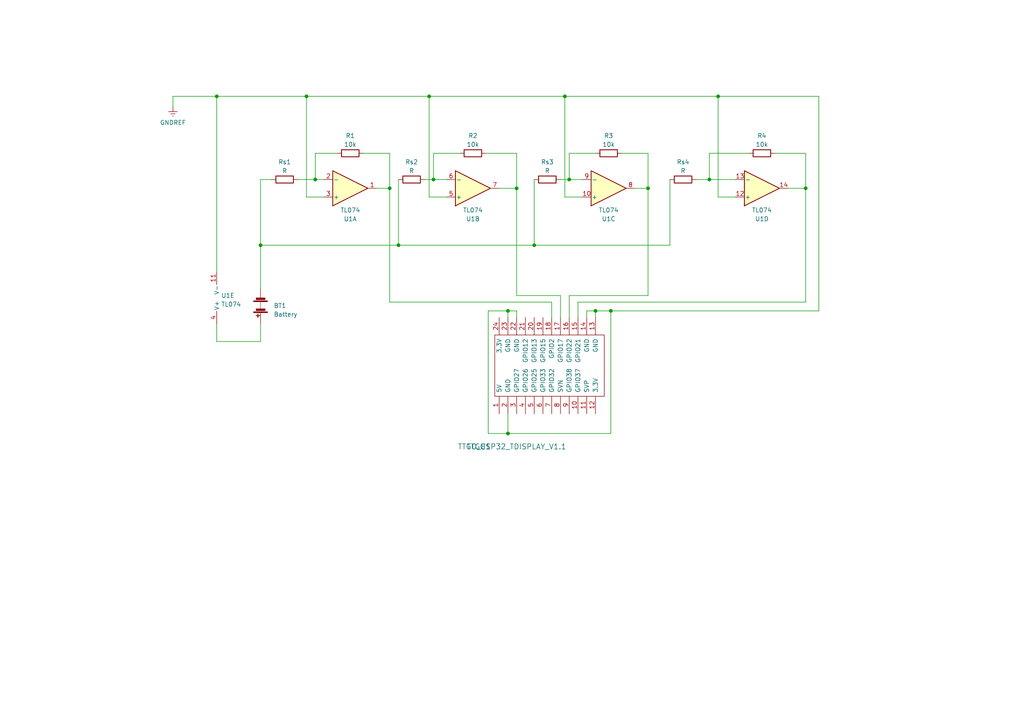
<source format=kicad_sch>
(kicad_sch (version 20230121) (generator eeschema)
  (paper "A4")
  (lib_symbols
    (symbol "Amplifier_Operational:TL074" (pin_names (offset 0.127))
      (property "Reference" "U" (at 0 5.08 0))
      (property "Value" "TL074" (at 0 -5.08 0))
      (symbol "TL074_1_1"
        (polyline (pts (xy -5.08 5.08) (xy 5.08 0) (xy -5.08 -5.08) (xy -5.08 5.08)) (stroke (width 0.254)) (fill (type background)))
        (pin output line (at 7.62 0 180) (length 2.54) (name "~") (number "1"))
        (pin input line (at -7.62 -2.54 0) (length 2.54) (name "-") (number "2"))
        (pin input line (at -7.62 2.54 0) (length 2.54) (name "+") (number "3"))
      )
      (symbol "TL074_2_1"
        (polyline (pts (xy -5.08 5.08) (xy 5.08 0) (xy -5.08 -5.08) (xy -5.08 5.08)) (stroke (width 0.254)) (fill (type background)))
        (pin input line (at -7.62 2.54 0) (length 2.54) (name "+") (number "5"))
        (pin input line (at -7.62 -2.54 0) (length 2.54) (name "-") (number "6"))
        (pin output line (at 7.62 0 180) (length 2.54) (name "~") (number "7"))
      )
      (symbol "TL074_3_1"
        (polyline (pts (xy -5.08 5.08) (xy 5.08 0) (xy -5.08 -5.08) (xy -5.08 5.08)) (stroke (width 0.254)) (fill (type background)))
        (pin input line (at -7.62 2.54 0) (length 2.54) (name "+") (number "10"))
        (pin output line (at 7.62 0 180) (length 2.54) (name "~") (number "8"))
        (pin input line (at -7.62 -2.54 0) (length 2.54) (name "-") (number "9"))
      )
      (symbol "TL074_4_1"
        (polyline (pts (xy -5.08 5.08) (xy 5.08 0) (xy -5.08 -5.08) (xy -5.08 5.08)) (stroke (width 0.254)) (fill (type background)))
        (pin input line (at -7.62 2.54 0) (length 2.54) (name "+") (number "12"))
        (pin input line (at -7.62 -2.54 0) (length 2.54) (name "-") (number "13"))
        (pin output line (at 7.62 0 180) (length 2.54) (name "~") (number "14"))
      )
      (symbol "TL074_5_1"
        (pin power_in line (at -2.54 -7.62 90) (length 3.81) (name "V-") (number "11"))
        (pin power_in line (at -2.54 7.62 270) (length 3.81) (name "V+") (number "4"))
      )
    )
    (symbol "Device:Battery" (pin_numbers hide) (pin_names (offset 0) hide)
      (property "Reference" "BT" (at 2.54 2.54 0))
      (property "Value" "Battery" (at 2.54 0 0))
      (symbol "Battery_0_1"
        (rectangle (start -2.032 -1.397) (end 2.032 -1.651) (fill (type outline)))
        (rectangle (start -2.032 1.778) (end 2.032 1.524) (fill (type outline)))
        (rectangle (start -1.3208 -1.9812) (end 1.27 -2.4892) (fill (type outline)))
        (rectangle (start -1.3208 1.1938) (end 1.27 0.6858) (fill (type outline)))
        (polyline (pts (xy 0 -1.524) (xy 0 -1.27)))
        (polyline (pts (xy 0 -1.016) (xy 0 -0.762)))
        (polyline (pts (xy 0 -0.508) (xy 0 -0.254)))
        (polyline (pts (xy 0 0) (xy 0 0.254)))
        (polyline (pts (xy 0 0.508) (xy 0 0.762)))
        (polyline (pts (xy 0 1.778) (xy 0 2.54)))
        (polyline (pts (xy 0.254 2.667) (xy 1.27 2.667)) (stroke (width 0.254)))
        (polyline (pts (xy 0.762 3.175) (xy 0.762 2.159)) (stroke (width 0.254)))
      )
      (symbol "Battery_1_1"
        (pin passive line (at 0 5.08 270) (length 2.54) (name "+") (number "1"))
        (pin passive line (at 0 -5.08 90) (length 2.54) (name "-") (number "2"))
      )
    )
    (symbol "Device:R" (pin_numbers hide) (pin_names (offset 0))
      (property "Reference" "R" (at 2.032 0 90))
      (property "Value" "R" (at 0 0 90))
      (symbol "R_0_1"
        (rectangle (start -1.016 -2.54) (end 1.016 2.54) (stroke (width 0.254)))
      )
      (symbol "R_1_1"
        (pin passive line (at 0 3.81 270) (length 1.27) (name "~") (number "1"))
        (pin passive line (at 0 -3.81 90) (length 1.27) (name "~") (number "2"))
      )
    )
    (symbol "ESPTTGO:TTGO_ESP32_TDISPLAY_V1.1" (pin_names (offset 1.016))
      (property "Reference" "TTGO1" (at 32.385 -8.255 90))
      (property "Value" "TTGO_ESP32_TDISPLAY_V1.1" (at 32.385 -10.795 90))
      (symbol "TTGO_ESP32_TDISPLAY_V1.1_0_1"
        (rectangle (start 0 0) (end 17.78 31.75))
      )
      (symbol "TTGO_ESP32_TDISPLAY_V1.1_1_1"
        (pin power_out line (at 22.86 1.27 180) (length 5.08) (name "5V") (number "1"))
        (pin unspecified line (at 22.86 24.13 180) (length 5.08) (name "GPIO37") (number "10"))
        (pin unspecified line (at 22.86 26.67 180) (length 5.08) (name "SVP") (number "11"))
        (pin power_in line (at 22.86 29.21 180) (length 5.08) (name "3.3V") (number "12"))
        (pin power_in line (at -5.08 29.21 0) (length 5.08) (name "GND") (number "13"))
        (pin power_in line (at -5.08 26.67 0) (length 5.08) (name "GND") (number "14"))
        (pin unspecified line (at -5.08 24.13 0) (length 5.08) (name "GPIO21") (number "15"))
        (pin unspecified line (at -5.08 21.59 0) (length 5.08) (name "GPIO22") (number "16"))
        (pin unspecified line (at -5.08 19.05 0) (length 5.08) (name "GPIO17") (number "17"))
        (pin unspecified line (at -5.08 16.51 0) (length 5.08) (name "GPIO2") (number "18"))
        (pin unspecified line (at -5.08 13.97 0) (length 5.08) (name "GPIO15") (number "19"))
        (pin power_in line (at 22.86 3.81 180) (length 5.08) (name "GND") (number "2"))
        (pin unspecified line (at -5.08 11.43 0) (length 5.08) (name "GPIO13") (number "20"))
        (pin unspecified line (at -5.08 8.89 0) (length 5.08) (name "GPIO12") (number "21"))
        (pin power_in line (at -5.08 6.35 0) (length 5.08) (name "GND") (number "22"))
        (pin power_in line (at -5.08 3.81 0) (length 5.08) (name "GND") (number "23"))
        (pin power_out line (at -5.08 1.27 0) (length 5.08) (name "3.3V") (number "24"))
        (pin unspecified line (at 22.86 6.35 180) (length 5.08) (name "GPIO27") (number "3"))
        (pin unspecified line (at 22.86 8.89 180) (length 5.08) (name "GPIO26") (number "4"))
        (pin unspecified line (at 22.86 11.43 180) (length 5.08) (name "GPIO25") (number "5"))
        (pin unspecified line (at 22.86 13.97 180) (length 5.08) (name "GPIO33") (number "6"))
        (pin unspecified line (at 22.86 16.51 180) (length 5.08) (name "GPIO32") (number "7"))
        (pin unspecified line (at 22.86 19.05 180) (length 5.08) (name "SVN") (number "8"))
        (pin unspecified line (at 22.86 21.59 180) (length 5.08) (name "GPIO38") (number "9"))
      )
    )
    (symbol "power:GNDREF" (power) (pin_names (offset 0))
      (property "Value" "GNDREF" (at 0 -3.81 0))
      (symbol "GNDREF_0_1"
        (polyline (pts (xy -0.635 -1.905) (xy 0.635 -1.905)))
        (polyline (pts (xy -0.127 -2.54) (xy 0.127 -2.54)))
        (polyline (pts (xy 0 -1.27) (xy 0 0)))
        (polyline (pts (xy 1.27 -1.27) (xy -1.27 -1.27)))
      )
      (symbol "GNDREF_1_1"
        (pin power_in line (at 0 0 270) (length 0) hide (name "GNDREF") (number "1"))
      )
    )
  )
  (junction (at 91.44 52.07))
  (junction (at 147.32 125.73))
  (junction (at 75.565 71.12))
  (junction (at 88.9 27.94))
  (junction (at 154.94 71.12))
  (junction (at 208.28 27.94))
  (junction (at 163.83 27.94))
  (junction (at 233.68 54.61))
  (junction (at 187.96 54.61))
  (junction (at 124.46 27.94))
  (junction (at 205.74 52.07))
  (junction (at 177.165 90.17))
  (junction (at 125.73 52.07))
  (junction (at 62.865 27.94))
  (junction (at 147.32 90.17))
  (junction (at 149.86 54.61))
  (junction (at 165.1 52.07))
  (junction (at 115.57 71.12))
  (junction (at 113.03 54.61))
  (junction (at 172.72 90.17))
  (wire (pts (xy 208.28 27.94) (xy 208.28 57.15)))
  (wire (pts (xy 149.86 44.45) (xy 149.86 54.61)))
  (wire (pts (xy 194.31 52.07) (xy 194.31 71.12)))
  (wire (pts (xy 91.44 52.07) (xy 93.98 52.07)))
  (wire (pts (xy 75.565 83.82) (xy 75.565 71.12)))
  (wire (pts (xy 105.41 44.45) (xy 113.03 44.45)))
  (wire (pts (xy 233.68 44.45) (xy 233.68 54.61)))
  (wire (pts (xy 194.31 71.12) (xy 154.94 71.12)))
  (wire (pts (xy 88.9 27.94) (xy 88.9 57.15)))
  (wire (pts (xy 129.54 57.15) (xy 124.46 57.15)))
  (wire (pts (xy 167.64 92.075) (xy 167.64 87.63)))
  (wire (pts (xy 62.865 93.98) (xy 62.865 99.06)))
  (wire (pts (xy 233.68 54.61) (xy 228.6 54.61)))
  (wire (pts (xy 147.32 125.73) (xy 177.165 125.73)))
  (wire (pts (xy 160.02 92.075) (xy 160.02 87.63)))
  (wire (pts (xy 160.02 87.63) (xy 113.03 87.63)))
  (wire (pts (xy 147.32 120.015) (xy 147.32 125.73)))
  (wire (pts (xy 149.86 54.61) (xy 144.78 54.61)))
  (wire (pts (xy 172.72 44.45) (xy 165.1 44.45)))
  (wire (pts (xy 201.93 52.07) (xy 205.74 52.07)))
  (wire (pts (xy 165.1 85.725) (xy 187.96 85.725)))
  (wire (pts (xy 62.865 27.94) (xy 88.9 27.94)))
  (wire (pts (xy 125.73 52.07) (xy 129.54 52.07)))
  (wire (pts (xy 50.165 27.94) (xy 62.865 27.94)))
  (wire (pts (xy 149.86 85.725) (xy 149.86 54.61)))
  (wire (pts (xy 62.865 99.06) (xy 75.565 99.06)))
  (wire (pts (xy 162.56 85.725) (xy 149.86 85.725)))
  (wire (pts (xy 163.83 57.15) (xy 163.83 27.94)))
  (wire (pts (xy 168.91 57.15) (xy 163.83 57.15)))
  (wire (pts (xy 149.86 90.17) (xy 147.32 90.17)))
  (wire (pts (xy 187.96 44.45) (xy 187.96 54.61)))
  (wire (pts (xy 88.9 27.94) (xy 124.46 27.94)))
  (wire (pts (xy 75.565 52.07) (xy 78.74 52.07)))
  (wire (pts (xy 141.605 125.73) (xy 147.32 125.73)))
  (wire (pts (xy 217.17 44.45) (xy 205.74 44.45)))
  (wire (pts (xy 86.36 52.07) (xy 91.44 52.07)))
  (wire (pts (xy 115.57 71.12) (xy 75.565 71.12)))
  (wire (pts (xy 113.03 54.61) (xy 109.22 54.61)))
  (wire (pts (xy 180.34 44.45) (xy 187.96 44.45)))
  (wire (pts (xy 75.565 71.12) (xy 75.565 52.07)))
  (wire (pts (xy 115.57 52.07) (xy 115.57 71.12)))
  (wire (pts (xy 172.72 90.17) (xy 177.165 90.17)))
  (wire (pts (xy 187.96 54.61) (xy 184.15 54.61)))
  (wire (pts (xy 187.96 85.725) (xy 187.96 54.61)))
  (wire (pts (xy 88.9 57.15) (xy 93.98 57.15)))
  (wire (pts (xy 177.165 90.17) (xy 237.49 90.17)))
  (wire (pts (xy 75.565 99.06) (xy 75.565 93.98)))
  (wire (pts (xy 50.165 31.115) (xy 50.165 27.94)))
  (wire (pts (xy 224.79 44.45) (xy 233.68 44.45)))
  (wire (pts (xy 62.865 27.94) (xy 62.865 78.74)))
  (wire (pts (xy 208.28 27.94) (xy 237.49 27.94)))
  (wire (pts (xy 125.73 44.45) (xy 125.73 52.07)))
  (wire (pts (xy 162.56 52.07) (xy 165.1 52.07)))
  (wire (pts (xy 97.79 44.45) (xy 91.44 44.45)))
  (wire (pts (xy 205.74 52.07) (xy 213.36 52.07)))
  (wire (pts (xy 163.83 27.94) (xy 208.28 27.94)))
  (wire (pts (xy 237.49 90.17) (xy 237.49 27.94)))
  (wire (pts (xy 154.94 52.07) (xy 154.94 71.12)))
  (wire (pts (xy 205.74 44.45) (xy 205.74 52.07)))
  (wire (pts (xy 113.03 44.45) (xy 113.03 54.61)))
  (wire (pts (xy 149.86 92.075) (xy 149.86 90.17)))
  (wire (pts (xy 170.18 90.17) (xy 172.72 90.17)))
  (wire (pts (xy 123.19 52.07) (xy 125.73 52.07)))
  (wire (pts (xy 141.605 90.17) (xy 141.605 125.73)))
  (wire (pts (xy 177.165 125.73) (xy 177.165 90.17)))
  (wire (pts (xy 154.94 71.12) (xy 115.57 71.12)))
  (wire (pts (xy 162.56 92.075) (xy 162.56 85.725)))
  (wire (pts (xy 147.32 90.17) (xy 141.605 90.17)))
  (wire (pts (xy 165.1 92.075) (xy 165.1 85.725)))
  (wire (pts (xy 140.97 44.45) (xy 149.86 44.45)))
  (wire (pts (xy 133.35 44.45) (xy 125.73 44.45)))
  (wire (pts (xy 147.32 92.075) (xy 147.32 90.17)))
  (wire (pts (xy 208.28 57.15) (xy 213.36 57.15)))
  (wire (pts (xy 124.46 57.15) (xy 124.46 27.94)))
  (wire (pts (xy 91.44 44.45) (xy 91.44 52.07)))
  (wire (pts (xy 113.03 54.61) (xy 113.03 87.63)))
  (wire (pts (xy 233.68 87.63) (xy 233.68 54.61)))
  (wire (pts (xy 172.72 90.17) (xy 172.72 92.075)))
  (wire (pts (xy 124.46 27.94) (xy 163.83 27.94)))
  (wire (pts (xy 167.64 87.63) (xy 233.68 87.63)))
  (wire (pts (xy 165.1 52.07) (xy 168.91 52.07)))
  (wire (pts (xy 170.18 92.075) (xy 170.18 90.17)))
  (wire (pts (xy 165.1 44.45) (xy 165.1 52.07)))
  (symbol (lib_id "Device:Battery") (at 75.565 88.9 180) (unit 1)
    (property "Reference" "BT1" (at 79.375 88.646 0) (effects (justify right)))
    (property "Value" "Battery" (at 79.375 91.186 0) (effects (justify right)))
    (property "Footprint" "Battery:BatteryHolder_TruPower_BH-331P_3xAA" (effects hide))
  )
  (symbol (lib_id "Device:R") (at 220.98 44.45 90) (unit 1)
    (property "Reference" "R4" (at 220.98 39.37 90))
    (property "Value" "10k" (at 220.98 41.91 90))
    (property "Footprint" "Resistor_THT:R_Axial_DIN0207_L6.3mm_D2.5mm_P7.62mm_Horizontal" (effects hide))
  )
  (symbol (lib_id "Device:R") (at 82.55 52.07 90) (unit 1)
    (property "Reference" "Rs1" (at 82.55 46.99 90))
    (property "Value" "R" (at 82.55 49.53 90))
    (property "Footprint" "Diode_THT:D_DO-15_P2.54mm_Vertical_AnodeUp" (effects hide))
  )
  (symbol (lib_id "Device:R") (at 101.6 44.45 90) (unit 1)
    (property "Reference" "R1" (at 101.6 39.37 90))
    (property "Value" "10k" (at 101.6 41.91 90))
    (property "Footprint" "Resistor_THT:R_Axial_DIN0207_L6.3mm_D2.5mm_P7.62mm_Horizontal" (effects hide))
  )
  (symbol (lib_id "Amplifier_Operational:TL074") (at 176.53 54.61 0) (mirror x) (unit 3)
    (property "Reference" "U1" (at 176.53 63.5 0))
    (property "Value" "TL074" (at 176.53 60.96 0))
    (property "Footprint" "Package_DIP:DIP-14_W7.62mm" (effects hide))
    (property "Datasheet" "http://www.ti.com/lit/ds/symlink/tl071.pdf" (effects hide))
  )
  (symbol (lib_id "power:GNDREF") (at 50.165 31.115 0) (unit 1)
    (property "Reference" "#PWRGND0101" (effects hide))
    (property "Value" "GNDREF" (at 50.165 35.56 0))
  )
  (symbol (lib_id "Amplifier_Operational:TL074") (at 101.6 54.61 0) (mirror x) (unit 1)
    (property "Reference" "U1" (at 101.6 63.5 0))
    (property "Value" "TL074" (at 101.6 60.96 0))
    (property "Footprint" "Package_DIP:DIP-14_W7.62mm" (effects hide))
    (property "Datasheet" "http://www.ti.com/lit/ds/symlink/tl071.pdf" (effects hide))
  )
  (symbol (lib_id "ESPTTGO:TTGO_ESP32_TDISPLAY_V1.1") (at 143.51 97.155 270) (unit 1)
    (property "Reference" "TTGO1" (at 135.255 129.54 90) (effects (font (size 1.524 1.524)) (justify left)))
    (property "Value" "TTGO_ESP32_TDISPLAY_V1.1" (at 132.715 129.54 90) (effects (font (size 1.524 1.524)) (justify left)))
    (property "Footprint" "ESP TTGO:TTGO_ESP32_TDisplay_v1.1" (effects hide))
  )
  (symbol (lib_id "Device:R") (at 176.53 44.45 90) (unit 1)
    (property "Reference" "R3" (at 176.53 39.37 90))
    (property "Value" "10k" (at 176.53 41.91 90))
    (property "Footprint" "Resistor_THT:R_Axial_DIN0207_L6.3mm_D2.5mm_P7.62mm_Horizontal" (effects hide))
  )
  (symbol (lib_id "Amplifier_Operational:TL074") (at 60.325 86.36 180) (unit 5)
    (property "Reference" "U1" (at 64.135 85.725 0) (effects (justify right)))
    (property "Value" "TL074" (at 64.135 88.265 0) (effects (justify right)))
    (property "Footprint" "Package_DIP:DIP-14_W7.62mm" (effects hide))
    (property "Datasheet" "http://www.ti.com/lit/ds/symlink/tl071.pdf" (effects hide))
  )
  (symbol (lib_id "Amplifier_Operational:TL074") (at 220.98 54.61 0) (mirror x) (unit 4)
    (property "Reference" "U1" (at 220.98 63.5 0))
    (property "Value" "TL074" (at 220.98 60.96 0))
    (property "Footprint" "Package_DIP:DIP-14_W7.62mm" (effects hide))
    (property "Datasheet" "http://www.ti.com/lit/ds/symlink/tl071.pdf" (effects hide))
  )
  (symbol (lib_id "Device:R") (at 158.75 52.07 90) (unit 1)
    (property "Reference" "Rs3" (at 158.75 46.99 90))
    (property "Value" "R" (at 158.75 49.53 90))
    (property "Footprint" "Diode_THT:D_DO-15_P2.54mm_Vertical_AnodeUp" (effects hide))
  )
  (symbol (lib_id "Amplifier_Operational:TL074") (at 137.16 54.61 0) (mirror x) (unit 2)
    (property "Reference" "U1" (at 137.16 63.5 0))
    (property "Value" "TL074" (at 137.16 60.96 0))
    (property "Footprint" "Package_DIP:DIP-14_W7.62mm" (effects hide))
    (property "Datasheet" "http://www.ti.com/lit/ds/symlink/tl071.pdf" (effects hide))
  )
  (symbol (lib_id "Device:R") (at 119.38 52.07 90) (unit 1)
    (property "Reference" "Rs2" (at 119.38 46.99 90))
    (property "Value" "R" (at 119.38 49.53 90))
    (property "Footprint" "Diode_THT:D_DO-15_P2.54mm_Vertical_AnodeUp" (effects hide))
  )
  (symbol (lib_id "Device:R") (at 198.12 52.07 90) (unit 1)
    (property "Reference" "Rs4" (at 198.12 46.99 90))
    (property "Value" "R" (at 198.12 49.53 90))
    (property "Footprint" "Diode_THT:D_DO-15_P2.54mm_Vertical_AnodeUp" (effects hide))
  )
  (symbol (lib_id "Device:R") (at 137.16 44.45 90) (unit 1)
    (property "Reference" "R2" (at 137.16 39.37 90))
    (property "Value" "10k" (at 137.16 41.91 90))
    (property "Footprint" "Resistor_THT:R_Axial_DIN0207_L6.3mm_D2.5mm_P7.62mm_Horizontal" (effects hide))
  )
)
</source>
